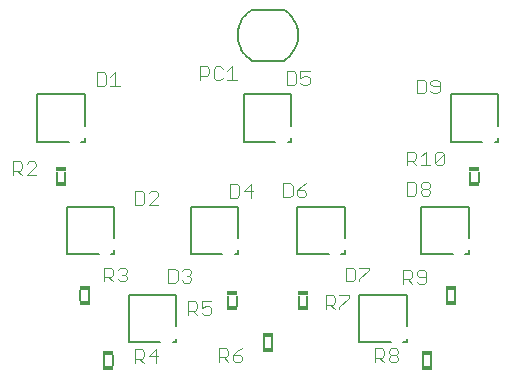
<source format=gto>
G75*
G70*
%OFA0B0*%
%FSLAX24Y24*%
%IPPOS*%
%LPD*%
%AMOC8*
5,1,8,0,0,1.08239X$1,22.5*
%
%ADD10C,0.0060*%
%ADD11R,0.0340X0.0160*%
%ADD12C,0.0040*%
%ADD13C,0.0050*%
D10*
X004684Y003080D02*
X004684Y003420D01*
X004965Y003420D02*
X004965Y003080D01*
X005472Y001254D02*
X005472Y000914D01*
X005752Y000914D02*
X005752Y001254D01*
X009606Y002883D02*
X009606Y003223D01*
X009886Y003223D02*
X009886Y002883D01*
X010787Y001845D02*
X010787Y001505D01*
X011067Y001505D02*
X011067Y001845D01*
X011968Y002883D02*
X011968Y003223D01*
X012248Y003223D02*
X012248Y002883D01*
X016102Y001254D02*
X016102Y000914D01*
X016382Y000914D02*
X016382Y001254D01*
X016889Y003080D02*
X016889Y003420D01*
X017169Y003420D02*
X017169Y003080D01*
X017676Y007017D02*
X017676Y007357D01*
X017957Y007357D02*
X017957Y007017D01*
X004177Y007017D02*
X004177Y007357D01*
X003897Y007357D02*
X003897Y007017D01*
D11*
X004037Y006937D03*
X004037Y007437D03*
X004824Y003500D03*
X004824Y003000D03*
X005612Y001334D03*
X005612Y000834D03*
X009746Y002803D03*
X009746Y003303D03*
X010927Y001925D03*
X010927Y001425D03*
X012108Y002803D03*
X012108Y003303D03*
X016242Y001334D03*
X016242Y000834D03*
X017029Y003000D03*
X017029Y003500D03*
X017817Y006937D03*
X017817Y007437D03*
D12*
X016801Y007650D02*
X016724Y007573D01*
X016571Y007573D01*
X016494Y007650D01*
X016801Y007957D01*
X016801Y007650D01*
X016494Y007650D02*
X016494Y007957D01*
X016571Y008034D01*
X016724Y008034D01*
X016801Y007957D01*
X016340Y007573D02*
X016033Y007573D01*
X015880Y007573D02*
X015727Y007727D01*
X015803Y007727D02*
X015573Y007727D01*
X015573Y007573D02*
X015573Y008034D01*
X015803Y008034D01*
X015880Y007957D01*
X015880Y007803D01*
X015803Y007727D01*
X016033Y007880D02*
X016187Y008034D01*
X016187Y007573D01*
X016114Y007021D02*
X016267Y007021D01*
X016344Y006945D01*
X016344Y006868D01*
X016267Y006791D01*
X016114Y006791D01*
X016037Y006868D01*
X016037Y006945D01*
X016114Y007021D01*
X015884Y006945D02*
X015807Y007021D01*
X015577Y007021D01*
X015577Y006561D01*
X015807Y006561D01*
X015884Y006638D01*
X015884Y006945D01*
X016114Y006791D02*
X016037Y006714D01*
X016037Y006638D01*
X016114Y006561D01*
X016267Y006561D01*
X016344Y006638D01*
X016344Y006714D01*
X016267Y006791D01*
X016122Y004081D02*
X015968Y004081D01*
X015891Y004004D01*
X015891Y003927D01*
X015968Y003851D01*
X016198Y003851D01*
X016198Y004004D02*
X016198Y003697D01*
X016122Y003620D01*
X015968Y003620D01*
X015891Y003697D01*
X015738Y003620D02*
X015585Y003774D01*
X015661Y003774D02*
X015431Y003774D01*
X015431Y003620D02*
X015431Y004081D01*
X015661Y004081D01*
X015738Y004004D01*
X015738Y003851D01*
X015661Y003774D01*
X016122Y004081D02*
X016198Y004004D01*
X014289Y004086D02*
X013982Y003779D01*
X013982Y003703D01*
X013829Y003779D02*
X013829Y004086D01*
X013752Y004163D01*
X013522Y004163D01*
X013522Y003703D01*
X013752Y003703D01*
X013829Y003779D01*
X013982Y004163D02*
X014289Y004163D01*
X014289Y004086D01*
X013624Y003241D02*
X013317Y003241D01*
X013164Y003165D02*
X013164Y003011D01*
X013087Y002934D01*
X012857Y002934D01*
X012857Y002781D02*
X012857Y003241D01*
X013087Y003241D01*
X013164Y003165D01*
X013010Y002934D02*
X013164Y002781D01*
X013317Y002781D02*
X013317Y002858D01*
X013624Y003165D01*
X013624Y003241D01*
X014494Y001471D02*
X014724Y001471D01*
X014801Y001394D01*
X014801Y001240D01*
X014724Y001164D01*
X014494Y001164D01*
X014648Y001164D02*
X014801Y001010D01*
X014954Y001087D02*
X014954Y001164D01*
X015031Y001240D01*
X015185Y001240D01*
X015261Y001164D01*
X015261Y001087D01*
X015185Y001010D01*
X015031Y001010D01*
X014954Y001087D01*
X015031Y001240D02*
X014954Y001317D01*
X014954Y001394D01*
X015031Y001471D01*
X015185Y001471D01*
X015261Y001394D01*
X015261Y001317D01*
X015185Y001240D01*
X014494Y001010D02*
X014494Y001471D01*
X010069Y001478D02*
X009915Y001402D01*
X009762Y001248D01*
X009992Y001248D01*
X010069Y001171D01*
X010069Y001095D01*
X009992Y001018D01*
X009838Y001018D01*
X009762Y001095D01*
X009762Y001248D01*
X009608Y001248D02*
X009531Y001171D01*
X009301Y001171D01*
X009301Y001018D02*
X009301Y001478D01*
X009531Y001478D01*
X009608Y001402D01*
X009608Y001248D01*
X009455Y001171D02*
X009608Y001018D01*
X007265Y001213D02*
X006958Y001213D01*
X007189Y001443D01*
X007189Y000983D01*
X006805Y000983D02*
X006651Y001136D01*
X006728Y001136D02*
X006498Y001136D01*
X006498Y000983D02*
X006498Y001443D01*
X006728Y001443D01*
X006805Y001366D01*
X006805Y001213D01*
X006728Y001136D01*
X008266Y002577D02*
X008266Y003037D01*
X008496Y003037D01*
X008573Y002961D01*
X008573Y002807D01*
X008496Y002731D01*
X008266Y002731D01*
X008419Y002731D02*
X008573Y002577D01*
X008726Y002654D02*
X008803Y002577D01*
X008956Y002577D01*
X009033Y002654D01*
X009033Y002807D01*
X008956Y002884D01*
X008880Y002884D01*
X008726Y002807D01*
X008726Y003037D01*
X009033Y003037D01*
X008379Y003740D02*
X008303Y003663D01*
X008149Y003663D01*
X008073Y003740D01*
X007919Y003740D02*
X007919Y004047D01*
X007842Y004124D01*
X007612Y004124D01*
X007612Y003663D01*
X007842Y003663D01*
X007919Y003740D01*
X008226Y003894D02*
X008303Y003894D01*
X008379Y003817D01*
X008379Y003740D01*
X008303Y003894D02*
X008379Y003970D01*
X008379Y004047D01*
X008303Y004124D01*
X008149Y004124D01*
X008073Y004047D01*
X006230Y004010D02*
X006153Y003933D01*
X006230Y003857D01*
X006230Y003780D01*
X006153Y003703D01*
X006000Y003703D01*
X005923Y003780D01*
X005770Y003703D02*
X005616Y003857D01*
X005693Y003857D02*
X005770Y003933D01*
X005770Y004087D01*
X005693Y004163D01*
X005463Y004163D01*
X005463Y003703D01*
X005463Y003857D02*
X005693Y003857D01*
X006076Y003933D02*
X006153Y003933D01*
X006230Y004010D02*
X006230Y004087D01*
X006153Y004163D01*
X006000Y004163D01*
X005923Y004087D01*
X006506Y006254D02*
X006736Y006254D01*
X006813Y006331D01*
X006813Y006638D01*
X006736Y006714D01*
X006506Y006714D01*
X006506Y006254D01*
X006966Y006254D02*
X007273Y006561D01*
X007273Y006638D01*
X007196Y006714D01*
X007043Y006714D01*
X006966Y006638D01*
X006966Y006254D02*
X007273Y006254D01*
X009671Y006498D02*
X009901Y006498D01*
X009978Y006575D01*
X009978Y006882D01*
X009901Y006958D01*
X009671Y006958D01*
X009671Y006498D01*
X010132Y006728D02*
X010439Y006728D01*
X010362Y006498D02*
X010362Y006958D01*
X010132Y006728D01*
X011447Y006514D02*
X011677Y006514D01*
X011754Y006590D01*
X011754Y006897D01*
X011677Y006974D01*
X011447Y006974D01*
X011447Y006514D01*
X011907Y006590D02*
X011907Y006744D01*
X012137Y006744D01*
X012214Y006667D01*
X012214Y006590D01*
X012137Y006514D01*
X011984Y006514D01*
X011907Y006590D01*
X011907Y006744D02*
X012061Y006897D01*
X012214Y006974D01*
X015888Y009974D02*
X016118Y009974D01*
X016195Y010051D01*
X016195Y010358D01*
X016118Y010435D01*
X015888Y010435D01*
X015888Y009974D01*
X016348Y010051D02*
X016425Y009974D01*
X016578Y009974D01*
X016655Y010051D01*
X016655Y010358D01*
X016578Y010435D01*
X016425Y010435D01*
X016348Y010358D01*
X016348Y010281D01*
X016425Y010205D01*
X016655Y010205D01*
X012324Y010323D02*
X012248Y010246D01*
X012094Y010246D01*
X012017Y010323D01*
X011864Y010323D02*
X011864Y010630D01*
X011787Y010706D01*
X011557Y010706D01*
X011557Y010246D01*
X011787Y010246D01*
X011864Y010323D01*
X012017Y010476D02*
X012171Y010553D01*
X012248Y010553D01*
X012324Y010476D01*
X012324Y010323D01*
X012017Y010476D02*
X012017Y010706D01*
X012324Y010706D01*
X009888Y010415D02*
X009581Y010415D01*
X009734Y010415D02*
X009734Y010876D01*
X009581Y010722D01*
X009427Y010799D02*
X009351Y010876D01*
X009197Y010876D01*
X009120Y010799D01*
X009120Y010492D01*
X009197Y010415D01*
X009351Y010415D01*
X009427Y010492D01*
X008967Y010645D02*
X008967Y010799D01*
X008890Y010876D01*
X008660Y010876D01*
X008660Y010415D01*
X008660Y010569D02*
X008890Y010569D01*
X008967Y010645D01*
X005990Y010211D02*
X005683Y010211D01*
X005836Y010211D02*
X005836Y010671D01*
X005683Y010517D01*
X005529Y010594D02*
X005453Y010671D01*
X005222Y010671D01*
X005222Y010211D01*
X005453Y010211D01*
X005529Y010287D01*
X005529Y010594D01*
X003118Y007703D02*
X002964Y007703D01*
X002888Y007626D01*
X002734Y007626D02*
X002734Y007473D01*
X002657Y007396D01*
X002427Y007396D01*
X002427Y007242D02*
X002427Y007703D01*
X002657Y007703D01*
X002734Y007626D01*
X002581Y007396D02*
X002734Y007242D01*
X002888Y007242D02*
X003194Y007549D01*
X003194Y007626D01*
X003118Y007703D01*
X003194Y007242D02*
X002888Y007242D01*
D13*
X004242Y006202D02*
X004242Y004628D01*
X005285Y004628D01*
X005698Y004628D02*
X005817Y004628D01*
X005817Y004746D01*
X005817Y005159D02*
X005817Y006202D01*
X004242Y006202D01*
X004293Y008368D02*
X003250Y008368D01*
X003250Y009943D01*
X004824Y009943D01*
X004824Y008899D01*
X004824Y008486D02*
X004824Y008368D01*
X004706Y008368D01*
X008368Y006202D02*
X008368Y004628D01*
X009411Y004628D01*
X009824Y004628D02*
X009943Y004628D01*
X009943Y004746D01*
X009943Y005159D02*
X009943Y006202D01*
X008368Y006202D01*
X010139Y008368D02*
X011183Y008368D01*
X011596Y008368D02*
X011714Y008368D01*
X011714Y008486D01*
X011714Y008899D02*
X011714Y009943D01*
X010139Y009943D01*
X010139Y008368D01*
X011911Y006202D02*
X011911Y004628D01*
X012954Y004628D01*
X013368Y004628D02*
X013486Y004628D01*
X013486Y004746D01*
X013486Y005159D02*
X013486Y006202D01*
X011911Y006202D01*
X016045Y006202D02*
X016045Y004628D01*
X017088Y004628D01*
X017502Y004628D02*
X017620Y004628D01*
X017620Y004746D01*
X017620Y005159D02*
X017620Y006202D01*
X016045Y006202D01*
X017029Y008368D02*
X018072Y008368D01*
X018486Y008368D02*
X018604Y008368D01*
X018604Y008486D01*
X018604Y008899D02*
X018604Y009943D01*
X017029Y009943D01*
X017029Y008368D01*
X011474Y011069D02*
X010387Y011069D01*
X011474Y011068D02*
X011526Y011104D01*
X011576Y011143D01*
X011623Y011185D01*
X011667Y011229D01*
X011708Y011276D01*
X011747Y011326D01*
X011782Y011378D01*
X011814Y011433D01*
X011842Y011489D01*
X011867Y011546D01*
X011888Y011606D01*
X011906Y011666D01*
X011919Y011727D01*
X011929Y011790D01*
X011935Y011852D01*
X011937Y011915D01*
X011935Y011978D01*
X011929Y012040D01*
X011919Y012103D01*
X011906Y012164D01*
X011888Y012224D01*
X011867Y012284D01*
X011842Y012341D01*
X011814Y012397D01*
X011782Y012452D01*
X011747Y012504D01*
X011708Y012554D01*
X011667Y012601D01*
X011623Y012645D01*
X011576Y012687D01*
X011526Y012726D01*
X011474Y012762D01*
X011474Y012761D02*
X010387Y012761D01*
X010388Y012762D02*
X010336Y012726D01*
X010286Y012687D01*
X010239Y012645D01*
X010195Y012601D01*
X010154Y012554D01*
X010115Y012504D01*
X010080Y012452D01*
X010048Y012397D01*
X010020Y012341D01*
X009995Y012284D01*
X009974Y012224D01*
X009956Y012164D01*
X009943Y012103D01*
X009933Y012040D01*
X009927Y011978D01*
X009925Y011915D01*
X009927Y011852D01*
X009933Y011790D01*
X009943Y011727D01*
X009956Y011666D01*
X009974Y011606D01*
X009995Y011546D01*
X010020Y011489D01*
X010048Y011433D01*
X010080Y011378D01*
X010115Y011326D01*
X010154Y011276D01*
X010195Y011229D01*
X010239Y011185D01*
X010286Y011143D01*
X010336Y011104D01*
X010388Y011068D01*
X007876Y003250D02*
X006301Y003250D01*
X006301Y001675D01*
X007344Y001675D01*
X007757Y001675D02*
X007876Y001675D01*
X007876Y001793D01*
X007876Y002206D02*
X007876Y003250D01*
X013978Y003250D02*
X013978Y001675D01*
X015021Y001675D01*
X015435Y001675D02*
X015553Y001675D01*
X015553Y001793D01*
X015553Y002206D02*
X015553Y003250D01*
X013978Y003250D01*
M02*

</source>
